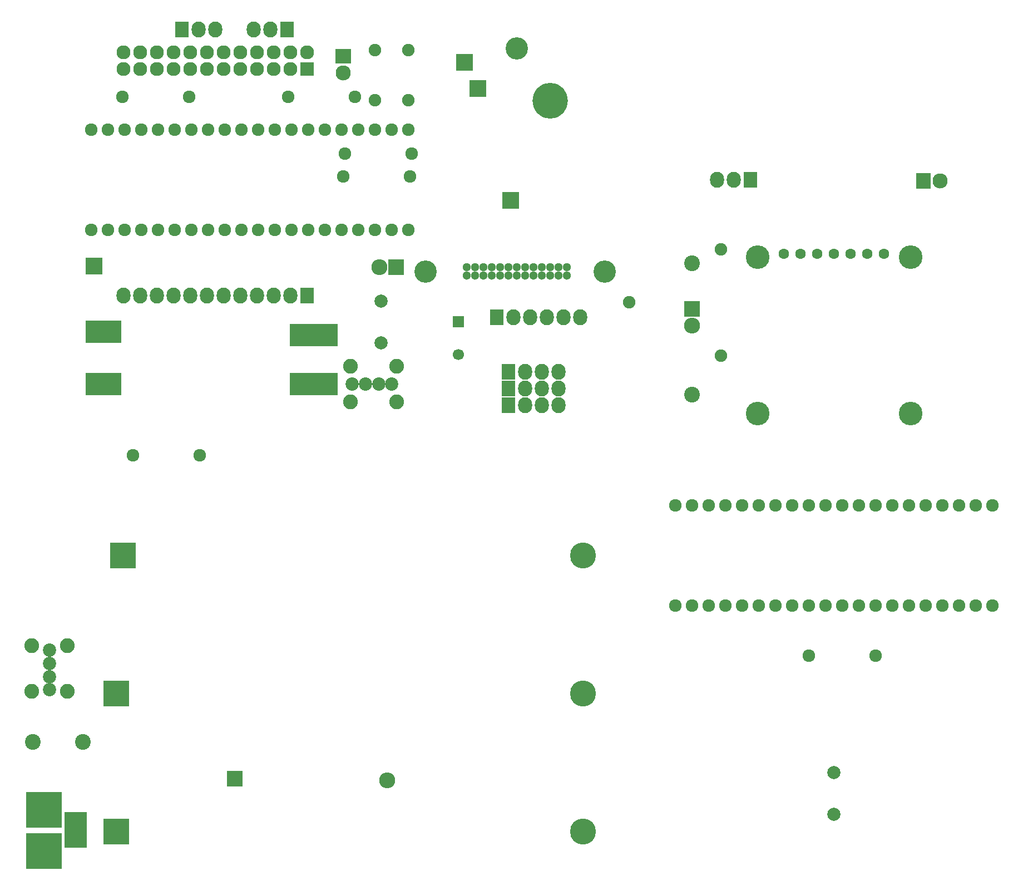
<source format=gbr>
G04 #@! TF.FileFunction,Soldermask,Bot*
%FSLAX46Y46*%
G04 Gerber Fmt 4.6, Leading zero omitted, Abs format (unit mm)*
G04 Created by KiCad (PCBNEW 4.0.2+dfsg1-stable) date 2017年10月10日 18時50分28秒*
%MOMM*%
G01*
G04 APERTURE LIST*
%ADD10C,0.100000*%
%ADD11C,2.400000*%
%ADD12C,1.900000*%
%ADD13C,3.600000*%
%ADD14C,1.600000*%
%ADD15R,2.127200X2.432000*%
%ADD16O,2.127200X2.432000*%
%ADD17R,2.300000X2.400000*%
%ADD18C,2.300000*%
%ADD19C,1.924000*%
%ADD20R,2.432000X2.432000*%
%ADD21O,2.432000X2.432000*%
%ADD22C,2.000200*%
%ADD23C,3.400000*%
%ADD24C,1.300000*%
%ADD25R,3.956000X3.956000*%
%ADD26C,3.956000*%
%ADD27R,2.400000X2.300000*%
%ADD28R,2.127200X2.127200*%
%ADD29O,2.127200X2.127200*%
%ADD30R,1.700000X1.700000*%
%ADD31C,1.700000*%
%ADD32R,3.399740X5.401260*%
%ADD33R,5.401260X5.401260*%
%ADD34R,2.635200X2.635200*%
%ADD35C,2.020000*%
%ADD36C,2.250000*%
%ADD37R,7.400000X3.400000*%
%ADD38R,5.400000X3.400000*%
%ADD39O,5.400000X5.400000*%
G04 APERTURE END LIST*
D10*
D11*
X193705600Y-69794800D03*
X193705600Y-89794800D03*
D12*
X184105600Y-75794800D03*
X198105600Y-67694800D03*
X198105600Y-83894800D03*
D13*
X226955600Y-68874800D03*
X203655600Y-68874800D03*
X226955600Y-92674800D03*
X203655600Y-92674800D03*
D14*
X207685600Y-68374800D03*
X210225600Y-68374800D03*
X212765600Y-68374800D03*
X215305600Y-68374800D03*
X217845600Y-68374800D03*
X220385600Y-68374800D03*
X222925600Y-68374800D03*
D15*
X202605600Y-57114800D03*
D16*
X200065600Y-57114800D03*
X197525600Y-57114800D03*
D17*
X228955600Y-57294800D03*
D18*
X231495600Y-57294800D03*
D19*
X221655600Y-129504800D03*
X211495600Y-129504800D03*
D20*
X193705600Y-76794800D03*
D21*
X193705600Y-79334800D03*
D19*
X239435600Y-106644800D03*
X236895600Y-106644800D03*
X234355600Y-106644800D03*
X231815600Y-106644800D03*
X229275600Y-106644800D03*
X226735600Y-106644800D03*
X224195600Y-106644800D03*
X221655600Y-106644800D03*
X219115600Y-106644800D03*
X216575600Y-106644800D03*
X214035600Y-106644800D03*
X211495600Y-106644800D03*
X208955600Y-106644800D03*
X206415600Y-106644800D03*
X203875600Y-106644800D03*
X201335600Y-106644800D03*
X198795600Y-106644800D03*
X196255600Y-106644800D03*
X193715600Y-106644800D03*
X191175600Y-106644800D03*
X191175600Y-121884800D03*
X193715600Y-121884800D03*
X196255600Y-121884800D03*
X198795600Y-121884800D03*
X201335600Y-121884800D03*
X203875600Y-121884800D03*
X206415600Y-121884800D03*
X208955600Y-121884800D03*
X211495600Y-121884800D03*
X214035600Y-121884800D03*
X216575600Y-121884800D03*
X219115600Y-121884800D03*
X221655600Y-121884800D03*
X224195600Y-121884800D03*
X226735600Y-121884800D03*
X229275600Y-121884800D03*
X231815600Y-121884800D03*
X234355600Y-121884800D03*
X236895600Y-121884800D03*
X239435600Y-121884800D03*
D22*
X215305600Y-147284800D03*
X215305600Y-153634800D03*
D23*
X167045600Y-37184800D03*
X153145600Y-71084800D03*
X180445600Y-71084800D03*
D24*
X174665600Y-71719800D03*
X174665600Y-70449800D03*
X173395600Y-71719800D03*
X173395600Y-70449800D03*
X172125600Y-71719800D03*
X172125600Y-70449800D03*
X170855600Y-71719800D03*
X170855600Y-70449800D03*
X169585600Y-71719800D03*
X169585600Y-70449800D03*
X168315600Y-71719800D03*
X168315600Y-70449800D03*
X167045600Y-71719800D03*
X167045600Y-70449800D03*
X165775600Y-71719800D03*
X165775600Y-70449800D03*
X164505600Y-71719800D03*
X164505600Y-70449800D03*
X163235600Y-71719800D03*
X163235600Y-70449800D03*
X161965600Y-71719800D03*
X161965600Y-70449800D03*
X160695600Y-71719800D03*
X160695600Y-70449800D03*
X159425600Y-71719800D03*
X159425600Y-70449800D03*
D25*
X106085600Y-135244800D03*
D26*
X177085600Y-135244800D03*
D27*
X140629600Y-38318800D03*
D18*
X140629600Y-40858800D03*
D15*
X163997600Y-78069800D03*
D16*
X166537600Y-78069800D03*
X169077600Y-78069800D03*
X171617600Y-78069800D03*
X174157600Y-78069800D03*
X176697600Y-78069800D03*
D19*
X132247600Y-44541800D03*
X142407600Y-44541800D03*
X150789600Y-56606800D03*
X140629600Y-56606800D03*
X140832800Y-53177800D03*
X150992800Y-53177800D03*
D12*
X150535600Y-45049800D03*
X145455600Y-45049800D03*
X150535600Y-37429800D03*
X145455600Y-37429800D03*
D20*
X124085600Y-148244800D03*
D21*
X147273600Y-148460800D03*
D19*
X102275600Y-64734800D03*
X104815600Y-64734800D03*
X107355600Y-64734800D03*
X109895600Y-64734800D03*
X112435600Y-64734800D03*
X114975600Y-64734800D03*
X117515600Y-64734800D03*
X120055600Y-64734800D03*
X122595600Y-64734800D03*
X125135600Y-64734800D03*
X127675600Y-64734800D03*
X130215600Y-64734800D03*
X132755600Y-64734800D03*
X135295600Y-64734800D03*
X137835600Y-64734800D03*
X140375600Y-64734800D03*
X142915600Y-64734800D03*
X145455600Y-64734800D03*
X147995600Y-64734800D03*
X150535600Y-64734800D03*
X150535600Y-49494800D03*
X147995600Y-49494800D03*
X145455600Y-49494800D03*
X142915600Y-49494800D03*
X140375600Y-49494800D03*
X137835600Y-49494800D03*
X135295600Y-49494800D03*
X132755600Y-49494800D03*
X130215600Y-49494800D03*
X127675600Y-49494800D03*
X125135600Y-49494800D03*
X122595600Y-49494800D03*
X120055600Y-49494800D03*
X117515600Y-49494800D03*
X114975600Y-49494800D03*
X112435600Y-49494800D03*
X109895600Y-49494800D03*
X107355600Y-49494800D03*
X104815600Y-49494800D03*
X102275600Y-49494800D03*
D20*
X148630600Y-70449800D03*
D21*
X146090600Y-70449800D03*
D28*
X135085600Y-40244800D03*
D29*
X135085600Y-37704800D03*
X132545600Y-40244800D03*
X132545600Y-37704800D03*
X130005600Y-40244800D03*
X130005600Y-37704800D03*
X127465600Y-40244800D03*
X127465600Y-37704800D03*
X124925600Y-40244800D03*
X124925600Y-37704800D03*
X122385600Y-40244800D03*
X122385600Y-37704800D03*
X119845600Y-40244800D03*
X119845600Y-37704800D03*
X117305600Y-40244800D03*
X117305600Y-37704800D03*
X114765600Y-40244800D03*
X114765600Y-37704800D03*
X112225600Y-40244800D03*
X112225600Y-37704800D03*
X109685600Y-40244800D03*
X109685600Y-37704800D03*
X107145600Y-40244800D03*
X107145600Y-37704800D03*
D30*
X158155600Y-78704800D03*
D31*
X158155600Y-83704800D03*
D32*
X99886200Y-155993600D03*
D33*
X95034800Y-152993860D03*
X95085600Y-159244800D03*
D34*
X102656600Y-70246600D03*
D15*
X135085600Y-74744800D03*
D16*
X132545600Y-74744800D03*
X130005600Y-74744800D03*
X127465600Y-74744800D03*
X124925600Y-74744800D03*
X122385600Y-74744800D03*
X119845600Y-74744800D03*
X117305600Y-74744800D03*
X114765600Y-74744800D03*
X112225600Y-74744800D03*
X109685600Y-74744800D03*
X107145600Y-74744800D03*
D35*
X147995600Y-88229800D03*
X145995600Y-88229800D03*
X143995600Y-88229800D03*
D36*
X148725600Y-90949800D03*
D35*
X141995600Y-88229800D03*
D36*
X141725600Y-90949800D03*
X148725600Y-85509800D03*
X141725600Y-85509800D03*
D35*
X95925600Y-128709800D03*
X95925600Y-130709800D03*
X95925600Y-132709800D03*
D36*
X98645600Y-127979800D03*
D35*
X95925600Y-134709800D03*
D36*
X98645600Y-134979800D03*
X93205600Y-127979800D03*
X93205600Y-134979800D03*
D15*
X165775600Y-86324800D03*
D16*
X168315600Y-86324800D03*
X170855600Y-86324800D03*
X173395600Y-86324800D03*
D15*
X165775600Y-88864800D03*
D16*
X168315600Y-88864800D03*
X170855600Y-88864800D03*
X173395600Y-88864800D03*
D15*
X165775600Y-91404800D03*
D16*
X168315600Y-91404800D03*
X170855600Y-91404800D03*
X173395600Y-91404800D03*
D19*
X108625600Y-99024800D03*
X118785600Y-99024800D03*
X106974600Y-44541800D03*
X117134600Y-44541800D03*
D22*
X146395400Y-81981400D03*
X146395400Y-75631400D03*
D11*
X93395760Y-142679800D03*
X100995440Y-142679800D03*
D37*
X136085600Y-80744800D03*
X136085600Y-88244800D03*
D38*
X104085600Y-88244800D03*
X104085600Y-80244800D03*
D25*
X106085600Y-156244800D03*
D26*
X177085600Y-156244800D03*
D25*
X107085600Y-114244800D03*
D26*
X177085600Y-114244800D03*
D15*
X132085600Y-34244800D03*
D16*
X129545600Y-34244800D03*
X127005600Y-34244800D03*
D15*
X116085600Y-34244800D03*
D16*
X118625600Y-34244800D03*
X121165600Y-34244800D03*
D39*
X172085600Y-45144800D03*
D34*
X159085600Y-39244800D03*
X161085600Y-43244800D03*
X166085600Y-60244800D03*
M02*

</source>
